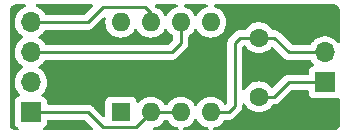
<source format=gbr>
%TF.GenerationSoftware,KiCad,Pcbnew,(6.0.5-0)*%
%TF.CreationDate,2023-07-17T15:50:24+09:00*%
%TF.ProjectId,l9110h-1ch-driver,6c393131-3068-42d3-9163-682d64726976,rev?*%
%TF.SameCoordinates,Original*%
%TF.FileFunction,Copper,L1,Top*%
%TF.FilePolarity,Positive*%
%FSLAX46Y46*%
G04 Gerber Fmt 4.6, Leading zero omitted, Abs format (unit mm)*
G04 Created by KiCad (PCBNEW (6.0.5-0)) date 2023-07-17 15:50:24*
%MOMM*%
%LPD*%
G01*
G04 APERTURE LIST*
%TA.AperFunction,ComponentPad*%
%ADD10R,1.700000X1.700000*%
%TD*%
%TA.AperFunction,ComponentPad*%
%ADD11O,1.700000X1.700000*%
%TD*%
%TA.AperFunction,ComponentPad*%
%ADD12C,1.600000*%
%TD*%
%TA.AperFunction,ComponentPad*%
%ADD13R,1.600000X1.600000*%
%TD*%
%TA.AperFunction,ComponentPad*%
%ADD14O,1.600000X1.600000*%
%TD*%
%TA.AperFunction,Conductor*%
%ADD15C,0.250000*%
%TD*%
G04 APERTURE END LIST*
D10*
%TO.P,J1,1,Pin_1*%
%TO.N,Net-(J1-Pad1)*%
X106680000Y-107432000D03*
D11*
%TO.P,J1,2,Pin_2*%
%TO.N,Net-(J1-Pad2)*%
X106680000Y-104892000D03*
%TO.P,J1,3,Pin_3*%
%TO.N,Net-(J1-Pad3)*%
X106680000Y-102352000D03*
%TO.P,J1,4,Pin_4*%
%TO.N,Net-(J1-Pad4)*%
X106680000Y-99812000D03*
%TD*%
D12*
%TO.P,C1,1*%
%TO.N,Net-(C1-Pad1)*%
X125984000Y-106132000D03*
%TO.P,C1,2*%
%TO.N,Net-(C1-Pad2)*%
X125984000Y-101132000D03*
%TD*%
D13*
%TO.P,U1,1,OA*%
%TO.N,Net-(C1-Pad1)*%
X114300000Y-107432000D03*
D14*
%TO.P,U1,2,VCC*%
%TO.N,Net-(J1-Pad1)*%
X116840000Y-107432000D03*
%TO.P,U1,3,VCC*%
X119380000Y-107432000D03*
%TO.P,U1,4,OB*%
%TO.N,Net-(C1-Pad2)*%
X121920000Y-107432000D03*
%TO.P,U1,5,GND*%
%TO.N,Net-(J1-Pad2)*%
X121920000Y-99812000D03*
%TO.P,U1,6,IA*%
%TO.N,Net-(J1-Pad3)*%
X119380000Y-99812000D03*
%TO.P,U1,7,IB*%
%TO.N,Net-(J1-Pad4)*%
X116840000Y-99812000D03*
%TO.P,U1,8,GND*%
%TO.N,Net-(J1-Pad2)*%
X114300000Y-99812000D03*
%TD*%
D10*
%TO.P,J2,1,Pin_1*%
%TO.N,Net-(C1-Pad1)*%
X131572000Y-104907000D03*
D11*
%TO.P,J2,2,Pin_2*%
%TO.N,Net-(C1-Pad2)*%
X131572000Y-102367000D03*
%TD*%
D15*
%TO.N,Net-(C1-Pad1)*%
X125984000Y-106132000D02*
X127294000Y-106132000D01*
X128519000Y-104907000D02*
X131572000Y-104907000D01*
X127294000Y-106132000D02*
X128519000Y-104907000D01*
%TO.N,Net-(C1-Pad2)*%
X123444000Y-107442000D02*
X123952000Y-106934000D01*
X125984000Y-101132000D02*
X127294000Y-101132000D01*
X128529000Y-102367000D02*
X131572000Y-102367000D01*
X127294000Y-101132000D02*
X128529000Y-102367000D01*
X124420000Y-101132000D02*
X125984000Y-101132000D01*
X123952000Y-101600000D02*
X124420000Y-101132000D01*
X121920000Y-107442000D02*
X123444000Y-107442000D01*
X123952000Y-106934000D02*
X123952000Y-101600000D01*
%TO.N,Net-(J1-Pad1)*%
X115570000Y-108712000D02*
X112776000Y-108712000D01*
X112776000Y-108712000D02*
X111496000Y-107432000D01*
X119380000Y-107442000D02*
X116840000Y-107442000D01*
X116840000Y-107442000D02*
X115570000Y-108712000D01*
X111496000Y-107432000D02*
X106680000Y-107432000D01*
%TO.N,Net-(J1-Pad3)*%
X119380000Y-99822000D02*
X119380000Y-101600000D01*
X118628000Y-102352000D02*
X106680000Y-102352000D01*
X119380000Y-101600000D02*
X118628000Y-102352000D01*
%TO.N,Net-(J1-Pad4)*%
X116840000Y-99060000D02*
X116332000Y-98552000D01*
X112776000Y-98552000D02*
X111506000Y-99822000D01*
X116332000Y-98552000D02*
X112776000Y-98552000D01*
X106690000Y-99822000D02*
X106680000Y-99812000D01*
X116840000Y-99822000D02*
X116840000Y-99060000D01*
X111506000Y-99822000D02*
X106690000Y-99822000D01*
%TD*%
%TA.AperFunction,NonConductor*%
G36*
X111897526Y-98318502D02*
G01*
X111944019Y-98372158D01*
X111954123Y-98442432D01*
X111924629Y-98507012D01*
X111918500Y-98513595D01*
X111280500Y-99151595D01*
X111218188Y-99185621D01*
X111191405Y-99188500D01*
X107963274Y-99188500D01*
X107895153Y-99168498D01*
X107857482Y-99130940D01*
X107762822Y-98984617D01*
X107762820Y-98984614D01*
X107760014Y-98980277D01*
X107609670Y-98815051D01*
X107605619Y-98811852D01*
X107605615Y-98811848D01*
X107438414Y-98679800D01*
X107438410Y-98679798D01*
X107434359Y-98676598D01*
X107426304Y-98672151D01*
X107382136Y-98647769D01*
X107238789Y-98568638D01*
X107208034Y-98557747D01*
X107167161Y-98543273D01*
X107109624Y-98501679D01*
X107083708Y-98435581D01*
X107097642Y-98365966D01*
X107147000Y-98314934D01*
X107209220Y-98298500D01*
X111829405Y-98298500D01*
X111897526Y-98318502D01*
G37*
%TD.AperFunction*%
%TA.AperFunction,NonConductor*%
G36*
X121623859Y-98318502D02*
G01*
X121670352Y-98372158D01*
X121680456Y-98442432D01*
X121650962Y-98507012D01*
X121588350Y-98546207D01*
X121470757Y-98577716D01*
X121465776Y-98580039D01*
X121465775Y-98580039D01*
X121268238Y-98672151D01*
X121268233Y-98672154D01*
X121263251Y-98674477D01*
X121216554Y-98707175D01*
X121080211Y-98802643D01*
X121080208Y-98802645D01*
X121075700Y-98805802D01*
X120913802Y-98967700D01*
X120910645Y-98972208D01*
X120910643Y-98972211D01*
X120855902Y-99050389D01*
X120782477Y-99155251D01*
X120780154Y-99160233D01*
X120780151Y-99160238D01*
X120764195Y-99194457D01*
X120717278Y-99247742D01*
X120649001Y-99267203D01*
X120581041Y-99246661D01*
X120535805Y-99194457D01*
X120519849Y-99160238D01*
X120519846Y-99160233D01*
X120517523Y-99155251D01*
X120444098Y-99050389D01*
X120389357Y-98972211D01*
X120389355Y-98972208D01*
X120386198Y-98967700D01*
X120224300Y-98805802D01*
X120219792Y-98802645D01*
X120219789Y-98802643D01*
X120083446Y-98707175D01*
X120036749Y-98674477D01*
X120031767Y-98672154D01*
X120031762Y-98672151D01*
X119834225Y-98580039D01*
X119834224Y-98580039D01*
X119829243Y-98577716D01*
X119711649Y-98546207D01*
X119651028Y-98509255D01*
X119620006Y-98445394D01*
X119628435Y-98374900D01*
X119673638Y-98320153D01*
X119744262Y-98298500D01*
X121555738Y-98298500D01*
X121623859Y-98318502D01*
G37*
%TD.AperFunction*%
%TA.AperFunction,NonConductor*%
G36*
X119083859Y-98318502D02*
G01*
X119130352Y-98372158D01*
X119140456Y-98442432D01*
X119110962Y-98507012D01*
X119048350Y-98546207D01*
X118930757Y-98577716D01*
X118925776Y-98580039D01*
X118925775Y-98580039D01*
X118728238Y-98672151D01*
X118728233Y-98672154D01*
X118723251Y-98674477D01*
X118676554Y-98707175D01*
X118540211Y-98802643D01*
X118540208Y-98802645D01*
X118535700Y-98805802D01*
X118373802Y-98967700D01*
X118370645Y-98972208D01*
X118370643Y-98972211D01*
X118315902Y-99050389D01*
X118242477Y-99155251D01*
X118240154Y-99160233D01*
X118240151Y-99160238D01*
X118224195Y-99194457D01*
X118177278Y-99247742D01*
X118109001Y-99267203D01*
X118041041Y-99246661D01*
X117995805Y-99194457D01*
X117979849Y-99160238D01*
X117979846Y-99160233D01*
X117977523Y-99155251D01*
X117904098Y-99050389D01*
X117849357Y-98972211D01*
X117849355Y-98972208D01*
X117846198Y-98967700D01*
X117684300Y-98805802D01*
X117679792Y-98802645D01*
X117679789Y-98802643D01*
X117543446Y-98707175D01*
X117496749Y-98674477D01*
X117491767Y-98672154D01*
X117491762Y-98672151D01*
X117294223Y-98580038D01*
X117294221Y-98580037D01*
X117289243Y-98577716D01*
X117273192Y-98573415D01*
X117216709Y-98540804D01*
X117189500Y-98513595D01*
X117155474Y-98451283D01*
X117160539Y-98380468D01*
X117203086Y-98323632D01*
X117269606Y-98298821D01*
X117278595Y-98298500D01*
X119015738Y-98298500D01*
X119083859Y-98318502D01*
G37*
%TD.AperFunction*%
%TA.AperFunction,NonConductor*%
G36*
X112941212Y-99386858D02*
G01*
X112998048Y-99429405D01*
X113022859Y-99495925D01*
X113018886Y-99537526D01*
X113007882Y-99578591D01*
X113007881Y-99578598D01*
X113006457Y-99583913D01*
X112986502Y-99812000D01*
X113006457Y-100040087D01*
X113007881Y-100045400D01*
X113007881Y-100045402D01*
X113055851Y-100224425D01*
X113065716Y-100261243D01*
X113068039Y-100266224D01*
X113068039Y-100266225D01*
X113160151Y-100463762D01*
X113160154Y-100463767D01*
X113162477Y-100468749D01*
X113216556Y-100545982D01*
X113288546Y-100648793D01*
X113293802Y-100656300D01*
X113455700Y-100818198D01*
X113460208Y-100821355D01*
X113460211Y-100821357D01*
X113500445Y-100849529D01*
X113643251Y-100949523D01*
X113648233Y-100951846D01*
X113648238Y-100951849D01*
X113801068Y-101023114D01*
X113850757Y-101046284D01*
X113856065Y-101047706D01*
X113856067Y-101047707D01*
X114066598Y-101104119D01*
X114066600Y-101104119D01*
X114071913Y-101105543D01*
X114300000Y-101125498D01*
X114528087Y-101105543D01*
X114533400Y-101104119D01*
X114533402Y-101104119D01*
X114743933Y-101047707D01*
X114743935Y-101047706D01*
X114749243Y-101046284D01*
X114798932Y-101023114D01*
X114951762Y-100951849D01*
X114951767Y-100951846D01*
X114956749Y-100949523D01*
X115099555Y-100849529D01*
X115139789Y-100821357D01*
X115139792Y-100821355D01*
X115144300Y-100818198D01*
X115306198Y-100656300D01*
X115311455Y-100648793D01*
X115383444Y-100545982D01*
X115437523Y-100468749D01*
X115439846Y-100463767D01*
X115439849Y-100463762D01*
X115455805Y-100429543D01*
X115502722Y-100376258D01*
X115570999Y-100356797D01*
X115638959Y-100377339D01*
X115684195Y-100429543D01*
X115700151Y-100463762D01*
X115700154Y-100463767D01*
X115702477Y-100468749D01*
X115756556Y-100545982D01*
X115828546Y-100648793D01*
X115833802Y-100656300D01*
X115995700Y-100818198D01*
X116000208Y-100821355D01*
X116000211Y-100821357D01*
X116040445Y-100849529D01*
X116183251Y-100949523D01*
X116188233Y-100951846D01*
X116188238Y-100951849D01*
X116341068Y-101023114D01*
X116390757Y-101046284D01*
X116396065Y-101047706D01*
X116396067Y-101047707D01*
X116606598Y-101104119D01*
X116606600Y-101104119D01*
X116611913Y-101105543D01*
X116840000Y-101125498D01*
X117068087Y-101105543D01*
X117073400Y-101104119D01*
X117073402Y-101104119D01*
X117283933Y-101047707D01*
X117283935Y-101047706D01*
X117289243Y-101046284D01*
X117338932Y-101023114D01*
X117491762Y-100951849D01*
X117491767Y-100951846D01*
X117496749Y-100949523D01*
X117639555Y-100849529D01*
X117679789Y-100821357D01*
X117679792Y-100821355D01*
X117684300Y-100818198D01*
X117846198Y-100656300D01*
X117851455Y-100648793D01*
X117923444Y-100545982D01*
X117977523Y-100468749D01*
X117979846Y-100463767D01*
X117979849Y-100463762D01*
X117995805Y-100429543D01*
X118042722Y-100376258D01*
X118110999Y-100356797D01*
X118178959Y-100377339D01*
X118224195Y-100429543D01*
X118240151Y-100463762D01*
X118240154Y-100463767D01*
X118242477Y-100468749D01*
X118296556Y-100545982D01*
X118368546Y-100648793D01*
X118373802Y-100656300D01*
X118535700Y-100818198D01*
X118540208Y-100821355D01*
X118540211Y-100821357D01*
X118692771Y-100928181D01*
X118737099Y-100983638D01*
X118746500Y-101031394D01*
X118746500Y-101285405D01*
X118726498Y-101353526D01*
X118709595Y-101374501D01*
X118402499Y-101681596D01*
X118340187Y-101715621D01*
X118313404Y-101718500D01*
X107956805Y-101718500D01*
X107888684Y-101698498D01*
X107851013Y-101660940D01*
X107762822Y-101524617D01*
X107762820Y-101524614D01*
X107760014Y-101520277D01*
X107609670Y-101355051D01*
X107605619Y-101351852D01*
X107605615Y-101351848D01*
X107438414Y-101219800D01*
X107438410Y-101219798D01*
X107434359Y-101216598D01*
X107393053Y-101193796D01*
X107343084Y-101143364D01*
X107328312Y-101073921D01*
X107353428Y-101007516D01*
X107380780Y-100980909D01*
X107429207Y-100946366D01*
X107559860Y-100853173D01*
X107591788Y-100821357D01*
X107714435Y-100699137D01*
X107718096Y-100695489D01*
X107734517Y-100672637D01*
X107845441Y-100518269D01*
X107845442Y-100518267D01*
X107848453Y-100514077D01*
X107848865Y-100514373D01*
X107898669Y-100468517D01*
X107954443Y-100455500D01*
X111427233Y-100455500D01*
X111438416Y-100456027D01*
X111445909Y-100457702D01*
X111453835Y-100457453D01*
X111453836Y-100457453D01*
X111513986Y-100455562D01*
X111517945Y-100455500D01*
X111545856Y-100455500D01*
X111549791Y-100455003D01*
X111549856Y-100454995D01*
X111561693Y-100454062D01*
X111593951Y-100453048D01*
X111597970Y-100452922D01*
X111605889Y-100452673D01*
X111625343Y-100447021D01*
X111644700Y-100443013D01*
X111656930Y-100441468D01*
X111656931Y-100441468D01*
X111664797Y-100440474D01*
X111672168Y-100437555D01*
X111672170Y-100437555D01*
X111705912Y-100424196D01*
X111717142Y-100420351D01*
X111751983Y-100410229D01*
X111751984Y-100410229D01*
X111759593Y-100408018D01*
X111766412Y-100403985D01*
X111766417Y-100403983D01*
X111777028Y-100397707D01*
X111794776Y-100389012D01*
X111813617Y-100381552D01*
X111849387Y-100355564D01*
X111859307Y-100349048D01*
X111890535Y-100330580D01*
X111890538Y-100330578D01*
X111897362Y-100326542D01*
X111911683Y-100312221D01*
X111926717Y-100299380D01*
X111936694Y-100292131D01*
X111943107Y-100287472D01*
X111971298Y-100253395D01*
X111979288Y-100244616D01*
X112808085Y-99415819D01*
X112870397Y-99381793D01*
X112941212Y-99386858D01*
G37*
%TD.AperFunction*%
%TA.AperFunction,NonConductor*%
G36*
X124832727Y-101785502D02*
G01*
X124867819Y-101819229D01*
X124972250Y-101968371D01*
X124977802Y-101976300D01*
X125139700Y-102138198D01*
X125144208Y-102141355D01*
X125144211Y-102141357D01*
X125222389Y-102196098D01*
X125327251Y-102269523D01*
X125332233Y-102271846D01*
X125332238Y-102271849D01*
X125529775Y-102363961D01*
X125534757Y-102366284D01*
X125540065Y-102367706D01*
X125540067Y-102367707D01*
X125750598Y-102424119D01*
X125750600Y-102424119D01*
X125755913Y-102425543D01*
X125984000Y-102445498D01*
X126212087Y-102425543D01*
X126217400Y-102424119D01*
X126217402Y-102424119D01*
X126427933Y-102367707D01*
X126427935Y-102367706D01*
X126433243Y-102366284D01*
X126438225Y-102363961D01*
X126635762Y-102271849D01*
X126635767Y-102271846D01*
X126640749Y-102269523D01*
X126745611Y-102196098D01*
X126823789Y-102141357D01*
X126823792Y-102141355D01*
X126828300Y-102138198D01*
X126990198Y-101976300D01*
X126995750Y-101968371D01*
X127007935Y-101950970D01*
X127063392Y-101906642D01*
X127134012Y-101899334D01*
X127200242Y-101934147D01*
X128025348Y-102759253D01*
X128032888Y-102767539D01*
X128037000Y-102774018D01*
X128042777Y-102779443D01*
X128086651Y-102820643D01*
X128089493Y-102823398D01*
X128109230Y-102843135D01*
X128112427Y-102845615D01*
X128121447Y-102853318D01*
X128153679Y-102883586D01*
X128160625Y-102887405D01*
X128160628Y-102887407D01*
X128171434Y-102893348D01*
X128187953Y-102904199D01*
X128203959Y-102916614D01*
X128211228Y-102919759D01*
X128211232Y-102919762D01*
X128244537Y-102934174D01*
X128255187Y-102939391D01*
X128293940Y-102960695D01*
X128301615Y-102962666D01*
X128301616Y-102962666D01*
X128313562Y-102965733D01*
X128332266Y-102972137D01*
X128334291Y-102973013D01*
X128350855Y-102980181D01*
X128358678Y-102981420D01*
X128358688Y-102981423D01*
X128394524Y-102987099D01*
X128406144Y-102989505D01*
X128441250Y-102998518D01*
X128448970Y-103000500D01*
X128469224Y-103000500D01*
X128488934Y-103002051D01*
X128508943Y-103005220D01*
X128516835Y-103004474D01*
X128552961Y-103001059D01*
X128564819Y-103000500D01*
X130296274Y-103000500D01*
X130364395Y-103020502D01*
X130403707Y-103060665D01*
X130471987Y-103172088D01*
X130618250Y-103340938D01*
X130622230Y-103344242D01*
X130626981Y-103348187D01*
X130666616Y-103407090D01*
X130668113Y-103478071D01*
X130630997Y-103538593D01*
X130590725Y-103563112D01*
X130494751Y-103599091D01*
X130475295Y-103606385D01*
X130358739Y-103693739D01*
X130271385Y-103810295D01*
X130220255Y-103946684D01*
X130213500Y-104008866D01*
X130213500Y-104147500D01*
X130193498Y-104215621D01*
X130139842Y-104262114D01*
X130087500Y-104273500D01*
X128597768Y-104273500D01*
X128586585Y-104272973D01*
X128579092Y-104271298D01*
X128571166Y-104271547D01*
X128571165Y-104271547D01*
X128511002Y-104273438D01*
X128507044Y-104273500D01*
X128479144Y-104273500D01*
X128475154Y-104274004D01*
X128463320Y-104274936D01*
X128419111Y-104276326D01*
X128411495Y-104278539D01*
X128411493Y-104278539D01*
X128399652Y-104281979D01*
X128380293Y-104285988D01*
X128378983Y-104286154D01*
X128360203Y-104288526D01*
X128352837Y-104291442D01*
X128352831Y-104291444D01*
X128319098Y-104304800D01*
X128307868Y-104308645D01*
X128273017Y-104318770D01*
X128265407Y-104320981D01*
X128258584Y-104325016D01*
X128247966Y-104331295D01*
X128230213Y-104339992D01*
X128222568Y-104343019D01*
X128211383Y-104347448D01*
X128204968Y-104352109D01*
X128175612Y-104373437D01*
X128165695Y-104379951D01*
X128127638Y-104402458D01*
X128113317Y-104416779D01*
X128098284Y-104429619D01*
X128081893Y-104441528D01*
X128076843Y-104447632D01*
X128076838Y-104447637D01*
X128053707Y-104475598D01*
X128045717Y-104484379D01*
X127200241Y-105329854D01*
X127137929Y-105363879D01*
X127067113Y-105358814D01*
X127007932Y-105313027D01*
X126993359Y-105292213D01*
X126993353Y-105292206D01*
X126990198Y-105287700D01*
X126828300Y-105125802D01*
X126823792Y-105122645D01*
X126823789Y-105122643D01*
X126745611Y-105067902D01*
X126640749Y-104994477D01*
X126635767Y-104992154D01*
X126635762Y-104992151D01*
X126438225Y-104900039D01*
X126438224Y-104900039D01*
X126433243Y-104897716D01*
X126427935Y-104896294D01*
X126427933Y-104896293D01*
X126217402Y-104839881D01*
X126217400Y-104839881D01*
X126212087Y-104838457D01*
X125984000Y-104818502D01*
X125755913Y-104838457D01*
X125750600Y-104839881D01*
X125750598Y-104839881D01*
X125540067Y-104896293D01*
X125540065Y-104896294D01*
X125534757Y-104897716D01*
X125529776Y-104900039D01*
X125529775Y-104900039D01*
X125332238Y-104992151D01*
X125332233Y-104992154D01*
X125327251Y-104994477D01*
X125222389Y-105067902D01*
X125144211Y-105122643D01*
X125144208Y-105122645D01*
X125139700Y-105125802D01*
X124977802Y-105287700D01*
X124846477Y-105475251D01*
X124844154Y-105480233D01*
X124844151Y-105480238D01*
X124825695Y-105519818D01*
X124778778Y-105573103D01*
X124710500Y-105592564D01*
X124642540Y-105572022D01*
X124596475Y-105517999D01*
X124585500Y-105466568D01*
X124585500Y-101914595D01*
X124605502Y-101846474D01*
X124622406Y-101825498D01*
X124645502Y-101802403D01*
X124707815Y-101768379D01*
X124734596Y-101765500D01*
X124764606Y-101765500D01*
X124832727Y-101785502D01*
G37*
%TD.AperFunction*%
%TA.AperFunction,NonConductor*%
G36*
X132304018Y-98300000D02*
G01*
X132318852Y-98302310D01*
X132318855Y-98302310D01*
X132327724Y-98303691D01*
X132336626Y-98302527D01*
X132336750Y-98302511D01*
X132367192Y-98302240D01*
X132399012Y-98305825D01*
X132432825Y-98309635D01*
X132460327Y-98315912D01*
X132540798Y-98344070D01*
X132566214Y-98356310D01*
X132638404Y-98401670D01*
X132660462Y-98419262D01*
X132720738Y-98479538D01*
X132738329Y-98501595D01*
X132783458Y-98573415D01*
X132783690Y-98573785D01*
X132795930Y-98599202D01*
X132824088Y-98679673D01*
X132830365Y-98707176D01*
X132837018Y-98766226D01*
X132836923Y-98781868D01*
X132837800Y-98781879D01*
X132837690Y-98790851D01*
X132836309Y-98799724D01*
X132837473Y-98808626D01*
X132837473Y-98808628D01*
X132840436Y-98831283D01*
X132841500Y-98847621D01*
X132841500Y-101417828D01*
X132821498Y-101485949D01*
X132767842Y-101532442D01*
X132697568Y-101542546D01*
X132632988Y-101513052D01*
X132622307Y-101502628D01*
X132505152Y-101373876D01*
X132505142Y-101373867D01*
X132501670Y-101370051D01*
X132497619Y-101366852D01*
X132497615Y-101366848D01*
X132330414Y-101234800D01*
X132330410Y-101234798D01*
X132326359Y-101231598D01*
X132299187Y-101216598D01*
X132272039Y-101201612D01*
X132130789Y-101123638D01*
X132125920Y-101121914D01*
X132125916Y-101121912D01*
X131925087Y-101050795D01*
X131925083Y-101050794D01*
X131920212Y-101049069D01*
X131915119Y-101048162D01*
X131915116Y-101048161D01*
X131705373Y-101010800D01*
X131705367Y-101010799D01*
X131700284Y-101009894D01*
X131626452Y-101008992D01*
X131482081Y-101007228D01*
X131482079Y-101007228D01*
X131476911Y-101007165D01*
X131256091Y-101040955D01*
X131043756Y-101110357D01*
X131013443Y-101126137D01*
X130886870Y-101192027D01*
X130845607Y-101213507D01*
X130841474Y-101216610D01*
X130841471Y-101216612D01*
X130671100Y-101344530D01*
X130666965Y-101347635D01*
X130641291Y-101374501D01*
X130530535Y-101490401D01*
X130512629Y-101509138D01*
X130509715Y-101513410D01*
X130509714Y-101513411D01*
X130397095Y-101678504D01*
X130342184Y-101723507D01*
X130293007Y-101733500D01*
X128843594Y-101733500D01*
X128775473Y-101713498D01*
X128754503Y-101696599D01*
X127797641Y-100739736D01*
X127790112Y-100731462D01*
X127786000Y-100724982D01*
X127736348Y-100678356D01*
X127733507Y-100675602D01*
X127713770Y-100655865D01*
X127710573Y-100653385D01*
X127701551Y-100645680D01*
X127688122Y-100633069D01*
X127669321Y-100615414D01*
X127662375Y-100611595D01*
X127662372Y-100611593D01*
X127651566Y-100605652D01*
X127635047Y-100594801D01*
X127634583Y-100594441D01*
X127619041Y-100582386D01*
X127611772Y-100579241D01*
X127611768Y-100579238D01*
X127578463Y-100564826D01*
X127567813Y-100559609D01*
X127529060Y-100538305D01*
X127509437Y-100533267D01*
X127490734Y-100526863D01*
X127479420Y-100521967D01*
X127479419Y-100521967D01*
X127472145Y-100518819D01*
X127464322Y-100517580D01*
X127464312Y-100517577D01*
X127428476Y-100511901D01*
X127416856Y-100509495D01*
X127381711Y-100500472D01*
X127381710Y-100500472D01*
X127374030Y-100498500D01*
X127353776Y-100498500D01*
X127334065Y-100496949D01*
X127321886Y-100495020D01*
X127314057Y-100493780D01*
X127284786Y-100496547D01*
X127270039Y-100497941D01*
X127258181Y-100498500D01*
X127203394Y-100498500D01*
X127135273Y-100478498D01*
X127100181Y-100444771D01*
X126993357Y-100292211D01*
X126993355Y-100292208D01*
X126990198Y-100287700D01*
X126828300Y-100125802D01*
X126823792Y-100122645D01*
X126823789Y-100122643D01*
X126713477Y-100045402D01*
X126640749Y-99994477D01*
X126635767Y-99992154D01*
X126635762Y-99992151D01*
X126438225Y-99900039D01*
X126438224Y-99900039D01*
X126433243Y-99897716D01*
X126427935Y-99896294D01*
X126427933Y-99896293D01*
X126217402Y-99839881D01*
X126217400Y-99839881D01*
X126212087Y-99838457D01*
X125984000Y-99818502D01*
X125755913Y-99838457D01*
X125750600Y-99839881D01*
X125750598Y-99839881D01*
X125540067Y-99896293D01*
X125540065Y-99896294D01*
X125534757Y-99897716D01*
X125529776Y-99900039D01*
X125529775Y-99900039D01*
X125332238Y-99992151D01*
X125332233Y-99992154D01*
X125327251Y-99994477D01*
X125254523Y-100045402D01*
X125144211Y-100122643D01*
X125144208Y-100122645D01*
X125139700Y-100125802D01*
X124977802Y-100287700D01*
X124974645Y-100292208D01*
X124974643Y-100292211D01*
X124867819Y-100444771D01*
X124812362Y-100489099D01*
X124764606Y-100498500D01*
X124498767Y-100498500D01*
X124487584Y-100497973D01*
X124480091Y-100496298D01*
X124472165Y-100496547D01*
X124472164Y-100496547D01*
X124412001Y-100498438D01*
X124408043Y-100498500D01*
X124380144Y-100498500D01*
X124376154Y-100499004D01*
X124364320Y-100499936D01*
X124320111Y-100501326D01*
X124312497Y-100503538D01*
X124312492Y-100503539D01*
X124300659Y-100506977D01*
X124281296Y-100510988D01*
X124261203Y-100513526D01*
X124253836Y-100516443D01*
X124253831Y-100516444D01*
X124220092Y-100529802D01*
X124208865Y-100533646D01*
X124166407Y-100545982D01*
X124159581Y-100550019D01*
X124148972Y-100556293D01*
X124131224Y-100564988D01*
X124112383Y-100572448D01*
X124105967Y-100577110D01*
X124105966Y-100577110D01*
X124076613Y-100598436D01*
X124066693Y-100604952D01*
X124035465Y-100623420D01*
X124035462Y-100623422D01*
X124028638Y-100627458D01*
X124014317Y-100641779D01*
X123999284Y-100654619D01*
X123982893Y-100666528D01*
X123956516Y-100698413D01*
X123954712Y-100700593D01*
X123946722Y-100709374D01*
X123559742Y-101096353D01*
X123551463Y-101103887D01*
X123544982Y-101108000D01*
X123511773Y-101143364D01*
X123498357Y-101157651D01*
X123495602Y-101160493D01*
X123475865Y-101180230D01*
X123473385Y-101183427D01*
X123465682Y-101192447D01*
X123435414Y-101224679D01*
X123431595Y-101231625D01*
X123431593Y-101231628D01*
X123425652Y-101242434D01*
X123414801Y-101258953D01*
X123402386Y-101274959D01*
X123399241Y-101282228D01*
X123399238Y-101282232D01*
X123384826Y-101315537D01*
X123379609Y-101326187D01*
X123358305Y-101364940D01*
X123356334Y-101372615D01*
X123356334Y-101372616D01*
X123353267Y-101384562D01*
X123346863Y-101403266D01*
X123338819Y-101421855D01*
X123337580Y-101429678D01*
X123337577Y-101429688D01*
X123331901Y-101465524D01*
X123329495Y-101477144D01*
X123321281Y-101509138D01*
X123318500Y-101519970D01*
X123318500Y-101540224D01*
X123316949Y-101559934D01*
X123313780Y-101579943D01*
X123314526Y-101587835D01*
X123317941Y-101623961D01*
X123318500Y-101635819D01*
X123318500Y-106619405D01*
X123298498Y-106687526D01*
X123281595Y-106708500D01*
X123228493Y-106761602D01*
X123166181Y-106795628D01*
X123095366Y-106790563D01*
X123036186Y-106744779D01*
X122936303Y-106602131D01*
X122929357Y-106592211D01*
X122929355Y-106592208D01*
X122926198Y-106587700D01*
X122764300Y-106425802D01*
X122759792Y-106422645D01*
X122759789Y-106422643D01*
X122681611Y-106367902D01*
X122576749Y-106294477D01*
X122571767Y-106292154D01*
X122571762Y-106292151D01*
X122374225Y-106200039D01*
X122374224Y-106200039D01*
X122369243Y-106197716D01*
X122363935Y-106196294D01*
X122363933Y-106196293D01*
X122153402Y-106139881D01*
X122153400Y-106139881D01*
X122148087Y-106138457D01*
X121920000Y-106118502D01*
X121691913Y-106138457D01*
X121686600Y-106139881D01*
X121686598Y-106139881D01*
X121476067Y-106196293D01*
X121476065Y-106196294D01*
X121470757Y-106197716D01*
X121465776Y-106200039D01*
X121465775Y-106200039D01*
X121268238Y-106292151D01*
X121268233Y-106292154D01*
X121263251Y-106294477D01*
X121158389Y-106367902D01*
X121080211Y-106422643D01*
X121080208Y-106422645D01*
X121075700Y-106425802D01*
X120913802Y-106587700D01*
X120910645Y-106592208D01*
X120910643Y-106592211D01*
X120903697Y-106602131D01*
X120782477Y-106775251D01*
X120780154Y-106780233D01*
X120780151Y-106780238D01*
X120764195Y-106814457D01*
X120717278Y-106867742D01*
X120649001Y-106887203D01*
X120581041Y-106866661D01*
X120535805Y-106814457D01*
X120519849Y-106780238D01*
X120519846Y-106780233D01*
X120517523Y-106775251D01*
X120396303Y-106602131D01*
X120389357Y-106592211D01*
X120389355Y-106592208D01*
X120386198Y-106587700D01*
X120224300Y-106425802D01*
X120219792Y-106422645D01*
X120219789Y-106422643D01*
X120141611Y-106367902D01*
X120036749Y-106294477D01*
X120031767Y-106292154D01*
X120031762Y-106292151D01*
X119834225Y-106200039D01*
X119834224Y-106200039D01*
X119829243Y-106197716D01*
X119823935Y-106196294D01*
X119823933Y-106196293D01*
X119613402Y-106139881D01*
X119613400Y-106139881D01*
X119608087Y-106138457D01*
X119380000Y-106118502D01*
X119151913Y-106138457D01*
X119146600Y-106139881D01*
X119146598Y-106139881D01*
X118936067Y-106196293D01*
X118936065Y-106196294D01*
X118930757Y-106197716D01*
X118925776Y-106200039D01*
X118925775Y-106200039D01*
X118728238Y-106292151D01*
X118728233Y-106292154D01*
X118723251Y-106294477D01*
X118618389Y-106367902D01*
X118540211Y-106422643D01*
X118540208Y-106422645D01*
X118535700Y-106425802D01*
X118373802Y-106587700D01*
X118370645Y-106592208D01*
X118370643Y-106592211D01*
X118256817Y-106754771D01*
X118201360Y-106799099D01*
X118153604Y-106808500D01*
X118066396Y-106808500D01*
X117998275Y-106788498D01*
X117963183Y-106754771D01*
X117849357Y-106592211D01*
X117849355Y-106592208D01*
X117846198Y-106587700D01*
X117684300Y-106425802D01*
X117679792Y-106422645D01*
X117679789Y-106422643D01*
X117601611Y-106367902D01*
X117496749Y-106294477D01*
X117491767Y-106292154D01*
X117491762Y-106292151D01*
X117294225Y-106200039D01*
X117294224Y-106200039D01*
X117289243Y-106197716D01*
X117283935Y-106196294D01*
X117283933Y-106196293D01*
X117073402Y-106139881D01*
X117073400Y-106139881D01*
X117068087Y-106138457D01*
X116840000Y-106118502D01*
X116611913Y-106138457D01*
X116606600Y-106139881D01*
X116606598Y-106139881D01*
X116396067Y-106196293D01*
X116396065Y-106196294D01*
X116390757Y-106197716D01*
X116385776Y-106200039D01*
X116385775Y-106200039D01*
X116188238Y-106292151D01*
X116188233Y-106292154D01*
X116183251Y-106294477D01*
X116078389Y-106367902D01*
X116000211Y-106422643D01*
X116000208Y-106422645D01*
X115995700Y-106425802D01*
X115833802Y-106587700D01*
X115830643Y-106592211D01*
X115827108Y-106596424D01*
X115825974Y-106595473D01*
X115775929Y-106635471D01*
X115705310Y-106642776D01*
X115641951Y-106610742D01*
X115605970Y-106549538D01*
X115602918Y-106532483D01*
X115601745Y-106521684D01*
X115550615Y-106385295D01*
X115463261Y-106268739D01*
X115346705Y-106181385D01*
X115210316Y-106130255D01*
X115148134Y-106123500D01*
X113451866Y-106123500D01*
X113389684Y-106130255D01*
X113253295Y-106181385D01*
X113136739Y-106268739D01*
X113049385Y-106385295D01*
X112998255Y-106521684D01*
X112991500Y-106583866D01*
X112991500Y-107727405D01*
X112971498Y-107795526D01*
X112917842Y-107842019D01*
X112847568Y-107852123D01*
X112782988Y-107822629D01*
X112776405Y-107816500D01*
X111999652Y-107039747D01*
X111992112Y-107031461D01*
X111988000Y-107024982D01*
X111938348Y-106978356D01*
X111935507Y-106975602D01*
X111915770Y-106955865D01*
X111912573Y-106953385D01*
X111903551Y-106945680D01*
X111877100Y-106920841D01*
X111871321Y-106915414D01*
X111864375Y-106911595D01*
X111864372Y-106911593D01*
X111853566Y-106905652D01*
X111837047Y-106894801D01*
X111836583Y-106894441D01*
X111821041Y-106882386D01*
X111813772Y-106879241D01*
X111813768Y-106879238D01*
X111780463Y-106864826D01*
X111769813Y-106859609D01*
X111731060Y-106838305D01*
X111711437Y-106833267D01*
X111692734Y-106826863D01*
X111681420Y-106821967D01*
X111681419Y-106821967D01*
X111674145Y-106818819D01*
X111666322Y-106817580D01*
X111666312Y-106817577D01*
X111630476Y-106811901D01*
X111618856Y-106809495D01*
X111583711Y-106800472D01*
X111583710Y-106800472D01*
X111576030Y-106798500D01*
X111555776Y-106798500D01*
X111536065Y-106796949D01*
X111523886Y-106795020D01*
X111516057Y-106793780D01*
X111477424Y-106797432D01*
X111472039Y-106797941D01*
X111460181Y-106798500D01*
X108164500Y-106798500D01*
X108096379Y-106778498D01*
X108049886Y-106724842D01*
X108038500Y-106672500D01*
X108038500Y-106533866D01*
X108031745Y-106471684D01*
X107980615Y-106335295D01*
X107893261Y-106218739D01*
X107776705Y-106131385D01*
X107747032Y-106120261D01*
X107658203Y-106086960D01*
X107601439Y-106044318D01*
X107576739Y-105977756D01*
X107591947Y-105908408D01*
X107613493Y-105879727D01*
X107624015Y-105869242D01*
X107718096Y-105775489D01*
X107777594Y-105692689D01*
X107845435Y-105598277D01*
X107848453Y-105594077D01*
X107873510Y-105543379D01*
X107945136Y-105398453D01*
X107945137Y-105398451D01*
X107947430Y-105393811D01*
X108012370Y-105180069D01*
X108041529Y-104958590D01*
X108042960Y-104900039D01*
X108043074Y-104895365D01*
X108043074Y-104895361D01*
X108043156Y-104892000D01*
X108024852Y-104669361D01*
X107970431Y-104452702D01*
X107881354Y-104247840D01*
X107760014Y-104060277D01*
X107609670Y-103895051D01*
X107605619Y-103891852D01*
X107605615Y-103891848D01*
X107438414Y-103759800D01*
X107438410Y-103759798D01*
X107434359Y-103756598D01*
X107393053Y-103733796D01*
X107343084Y-103683364D01*
X107328312Y-103613921D01*
X107353428Y-103547516D01*
X107380780Y-103520909D01*
X107440837Y-103478071D01*
X107559860Y-103393173D01*
X107605004Y-103348187D01*
X107707342Y-103246205D01*
X107718096Y-103235489D01*
X107746396Y-103196106D01*
X107845435Y-103058277D01*
X107848453Y-103054077D01*
X107850746Y-103049437D01*
X107852446Y-103046608D01*
X107904674Y-102998518D01*
X107960451Y-102985500D01*
X118549233Y-102985500D01*
X118560416Y-102986027D01*
X118567909Y-102987702D01*
X118575835Y-102987453D01*
X118575836Y-102987453D01*
X118635986Y-102985562D01*
X118639945Y-102985500D01*
X118667856Y-102985500D01*
X118671791Y-102985003D01*
X118671856Y-102984995D01*
X118683693Y-102984062D01*
X118715951Y-102983048D01*
X118719970Y-102982922D01*
X118727889Y-102982673D01*
X118747343Y-102977021D01*
X118766700Y-102973013D01*
X118778930Y-102971468D01*
X118778931Y-102971468D01*
X118786797Y-102970474D01*
X118794168Y-102967555D01*
X118794170Y-102967555D01*
X118827912Y-102954196D01*
X118839142Y-102950351D01*
X118873983Y-102940229D01*
X118873984Y-102940229D01*
X118881593Y-102938018D01*
X118888412Y-102933985D01*
X118888417Y-102933983D01*
X118899028Y-102927707D01*
X118916776Y-102919012D01*
X118935617Y-102911552D01*
X118954104Y-102898121D01*
X118971387Y-102885564D01*
X118981307Y-102879048D01*
X119012535Y-102860580D01*
X119012538Y-102860578D01*
X119019362Y-102856542D01*
X119033683Y-102842221D01*
X119048717Y-102829380D01*
X119065107Y-102817472D01*
X119093298Y-102783395D01*
X119101288Y-102774616D01*
X119772247Y-102103657D01*
X119780537Y-102096113D01*
X119787018Y-102092000D01*
X119833659Y-102042332D01*
X119836413Y-102039491D01*
X119856135Y-102019769D01*
X119858612Y-102016576D01*
X119866317Y-102007555D01*
X119891159Y-101981100D01*
X119896586Y-101975321D01*
X119900407Y-101968371D01*
X119906346Y-101957568D01*
X119917202Y-101941041D01*
X119924757Y-101931302D01*
X119924758Y-101931300D01*
X119929614Y-101925040D01*
X119947174Y-101884460D01*
X119952391Y-101873812D01*
X119969875Y-101842009D01*
X119969876Y-101842007D01*
X119973695Y-101835060D01*
X119978733Y-101815437D01*
X119985137Y-101796734D01*
X119990033Y-101785420D01*
X119990033Y-101785419D01*
X119993181Y-101778145D01*
X119994420Y-101770322D01*
X119994423Y-101770312D01*
X120000099Y-101734476D01*
X120002505Y-101722856D01*
X120011528Y-101687711D01*
X120011528Y-101687710D01*
X120013500Y-101680030D01*
X120013500Y-101659776D01*
X120015051Y-101640065D01*
X120016980Y-101627886D01*
X120018220Y-101620057D01*
X120014059Y-101576038D01*
X120013500Y-101564181D01*
X120013500Y-101031394D01*
X120033502Y-100963273D01*
X120067229Y-100928181D01*
X120219789Y-100821357D01*
X120219792Y-100821355D01*
X120224300Y-100818198D01*
X120386198Y-100656300D01*
X120391455Y-100648793D01*
X120463444Y-100545982D01*
X120517523Y-100468749D01*
X120519846Y-100463767D01*
X120519849Y-100463762D01*
X120535805Y-100429543D01*
X120582722Y-100376258D01*
X120650999Y-100356797D01*
X120718959Y-100377339D01*
X120764195Y-100429543D01*
X120780151Y-100463762D01*
X120780154Y-100463767D01*
X120782477Y-100468749D01*
X120836556Y-100545982D01*
X120908546Y-100648793D01*
X120913802Y-100656300D01*
X121075700Y-100818198D01*
X121080208Y-100821355D01*
X121080211Y-100821357D01*
X121120445Y-100849529D01*
X121263251Y-100949523D01*
X121268233Y-100951846D01*
X121268238Y-100951849D01*
X121421068Y-101023114D01*
X121470757Y-101046284D01*
X121476065Y-101047706D01*
X121476067Y-101047707D01*
X121686598Y-101104119D01*
X121686600Y-101104119D01*
X121691913Y-101105543D01*
X121920000Y-101125498D01*
X122148087Y-101105543D01*
X122153400Y-101104119D01*
X122153402Y-101104119D01*
X122363933Y-101047707D01*
X122363935Y-101047706D01*
X122369243Y-101046284D01*
X122418932Y-101023114D01*
X122571762Y-100951849D01*
X122571767Y-100951846D01*
X122576749Y-100949523D01*
X122719555Y-100849529D01*
X122759789Y-100821357D01*
X122759792Y-100821355D01*
X122764300Y-100818198D01*
X122926198Y-100656300D01*
X122931455Y-100648793D01*
X123003444Y-100545982D01*
X123057523Y-100468749D01*
X123059846Y-100463767D01*
X123059849Y-100463762D01*
X123151961Y-100266225D01*
X123151961Y-100266224D01*
X123154284Y-100261243D01*
X123164150Y-100224425D01*
X123212119Y-100045402D01*
X123212119Y-100045400D01*
X123213543Y-100040087D01*
X123233498Y-99812000D01*
X123213543Y-99583913D01*
X123207593Y-99561707D01*
X123155707Y-99368067D01*
X123155706Y-99368065D01*
X123154284Y-99362757D01*
X123075805Y-99194457D01*
X123059849Y-99160238D01*
X123059846Y-99160233D01*
X123057523Y-99155251D01*
X122984098Y-99050389D01*
X122929357Y-98972211D01*
X122929355Y-98972208D01*
X122926198Y-98967700D01*
X122764300Y-98805802D01*
X122759792Y-98802645D01*
X122759789Y-98802643D01*
X122623446Y-98707175D01*
X122576749Y-98674477D01*
X122571767Y-98672154D01*
X122571762Y-98672151D01*
X122374225Y-98580039D01*
X122374224Y-98580039D01*
X122369243Y-98577716D01*
X122251649Y-98546207D01*
X122191028Y-98509255D01*
X122160006Y-98445394D01*
X122168435Y-98374900D01*
X122213638Y-98320153D01*
X122284262Y-98298500D01*
X132284633Y-98298500D01*
X132304018Y-98300000D01*
G37*
%TD.AperFunction*%
%TA.AperFunction,NonConductor*%
G36*
X120718959Y-107997339D02*
G01*
X120764195Y-108049543D01*
X120780151Y-108083762D01*
X120780154Y-108083767D01*
X120782477Y-108088749D01*
X120913802Y-108276300D01*
X121075700Y-108438198D01*
X121080208Y-108441355D01*
X121080211Y-108441357D01*
X121140522Y-108483587D01*
X121263251Y-108569523D01*
X121268233Y-108571846D01*
X121268238Y-108571849D01*
X121437212Y-108650642D01*
X121470757Y-108666284D01*
X121476065Y-108667706D01*
X121476067Y-108667707D01*
X121662990Y-108717793D01*
X121723613Y-108754745D01*
X121754634Y-108818606D01*
X121746206Y-108889100D01*
X121701003Y-108943847D01*
X121630379Y-108965500D01*
X119669621Y-108965500D01*
X119601500Y-108945498D01*
X119555007Y-108891842D01*
X119544903Y-108821568D01*
X119574397Y-108756988D01*
X119637010Y-108717793D01*
X119823933Y-108667707D01*
X119823935Y-108667706D01*
X119829243Y-108666284D01*
X119862788Y-108650642D01*
X120031762Y-108571849D01*
X120031767Y-108571846D01*
X120036749Y-108569523D01*
X120159478Y-108483587D01*
X120219789Y-108441357D01*
X120219792Y-108441355D01*
X120224300Y-108438198D01*
X120386198Y-108276300D01*
X120517523Y-108088749D01*
X120519846Y-108083767D01*
X120519849Y-108083762D01*
X120535805Y-108049543D01*
X120582722Y-107996258D01*
X120650999Y-107976797D01*
X120718959Y-107997339D01*
G37*
%TD.AperFunction*%
%TA.AperFunction,NonConductor*%
G36*
X118235729Y-108095502D02*
G01*
X118270821Y-108129229D01*
X118373802Y-108276300D01*
X118535700Y-108438198D01*
X118540208Y-108441355D01*
X118540211Y-108441357D01*
X118600522Y-108483587D01*
X118723251Y-108569523D01*
X118728233Y-108571846D01*
X118728238Y-108571849D01*
X118897212Y-108650642D01*
X118930757Y-108666284D01*
X118936065Y-108667706D01*
X118936067Y-108667707D01*
X119122990Y-108717793D01*
X119183613Y-108754745D01*
X119214634Y-108818606D01*
X119206206Y-108889100D01*
X119161003Y-108943847D01*
X119090379Y-108965500D01*
X117129621Y-108965500D01*
X117061500Y-108945498D01*
X117015007Y-108891842D01*
X117004903Y-108821568D01*
X117034397Y-108756988D01*
X117097010Y-108717793D01*
X117283933Y-108667707D01*
X117283935Y-108667706D01*
X117289243Y-108666284D01*
X117322788Y-108650642D01*
X117491762Y-108571849D01*
X117491767Y-108571846D01*
X117496749Y-108569523D01*
X117619478Y-108483587D01*
X117679789Y-108441357D01*
X117679792Y-108441355D01*
X117684300Y-108438198D01*
X117846198Y-108276300D01*
X117949179Y-108129229D01*
X118004636Y-108084901D01*
X118052392Y-108075500D01*
X118167608Y-108075500D01*
X118235729Y-108095502D01*
G37*
%TD.AperFunction*%
%TA.AperFunction,NonConductor*%
G36*
X111249527Y-108085502D02*
G01*
X111270501Y-108102405D01*
X111918501Y-108750405D01*
X111952527Y-108812717D01*
X111947462Y-108883532D01*
X111904915Y-108940368D01*
X111838395Y-108965179D01*
X111829406Y-108965500D01*
X107841203Y-108965500D01*
X107773082Y-108945498D01*
X107726589Y-108891842D01*
X107716485Y-108821568D01*
X107745979Y-108756988D01*
X107775742Y-108732976D01*
X107776705Y-108732615D01*
X107783884Y-108727235D01*
X107783887Y-108727233D01*
X107886081Y-108650642D01*
X107893261Y-108645261D01*
X107980615Y-108528705D01*
X108031745Y-108392316D01*
X108038500Y-108330134D01*
X108038500Y-108191500D01*
X108058502Y-108123379D01*
X108112158Y-108076886D01*
X108164500Y-108065500D01*
X111181406Y-108065500D01*
X111249527Y-108085502D01*
G37*
%TD.AperFunction*%
%TA.AperFunction,NonConductor*%
G36*
X130155621Y-105560502D02*
G01*
X130202114Y-105614158D01*
X130213500Y-105666500D01*
X130213500Y-105805134D01*
X130220255Y-105867316D01*
X130271385Y-106003705D01*
X130358739Y-106120261D01*
X130475295Y-106207615D01*
X130611684Y-106258745D01*
X130673866Y-106265500D01*
X132470134Y-106265500D01*
X132532316Y-106258745D01*
X132668705Y-106207615D01*
X132669764Y-106210440D01*
X132724360Y-106198505D01*
X132790906Y-106223248D01*
X132833511Y-106280040D01*
X132841500Y-106324193D01*
X132841500Y-108408633D01*
X132840000Y-108428018D01*
X132836309Y-108451724D01*
X132837473Y-108460626D01*
X132837489Y-108460750D01*
X132837760Y-108491193D01*
X132830365Y-108556825D01*
X132824088Y-108584327D01*
X132795930Y-108664798D01*
X132783690Y-108690214D01*
X132741733Y-108756988D01*
X132738330Y-108762404D01*
X132720738Y-108784462D01*
X132660462Y-108844738D01*
X132638405Y-108862329D01*
X132591437Y-108891842D01*
X132566215Y-108907690D01*
X132540798Y-108919930D01*
X132460327Y-108948088D01*
X132432824Y-108954365D01*
X132373774Y-108961018D01*
X132358132Y-108960923D01*
X132358121Y-108961800D01*
X132349149Y-108961690D01*
X132340276Y-108960309D01*
X132331374Y-108961473D01*
X132331372Y-108961473D01*
X132320385Y-108962910D01*
X132308714Y-108964436D01*
X132292379Y-108965500D01*
X122209621Y-108965500D01*
X122141500Y-108945498D01*
X122095007Y-108891842D01*
X122084903Y-108821568D01*
X122114397Y-108756988D01*
X122177010Y-108717793D01*
X122363933Y-108667707D01*
X122363935Y-108667706D01*
X122369243Y-108666284D01*
X122402788Y-108650642D01*
X122571762Y-108571849D01*
X122571767Y-108571846D01*
X122576749Y-108569523D01*
X122699478Y-108483587D01*
X122759789Y-108441357D01*
X122759792Y-108441355D01*
X122764300Y-108438198D01*
X122926198Y-108276300D01*
X123029179Y-108129229D01*
X123084636Y-108084901D01*
X123132392Y-108075500D01*
X123365233Y-108075500D01*
X123376416Y-108076027D01*
X123383909Y-108077702D01*
X123391835Y-108077453D01*
X123391836Y-108077453D01*
X123451986Y-108075562D01*
X123455945Y-108075500D01*
X123483856Y-108075500D01*
X123487791Y-108075003D01*
X123487856Y-108074995D01*
X123499693Y-108074062D01*
X123531951Y-108073048D01*
X123535970Y-108072922D01*
X123543889Y-108072673D01*
X123563343Y-108067021D01*
X123582700Y-108063013D01*
X123594930Y-108061468D01*
X123594931Y-108061468D01*
X123602797Y-108060474D01*
X123610168Y-108057555D01*
X123610170Y-108057555D01*
X123643912Y-108044196D01*
X123655142Y-108040351D01*
X123689983Y-108030229D01*
X123689984Y-108030229D01*
X123697593Y-108028018D01*
X123704412Y-108023985D01*
X123704417Y-108023983D01*
X123715028Y-108017707D01*
X123732776Y-108009012D01*
X123751617Y-108001552D01*
X123787387Y-107975564D01*
X123797307Y-107969048D01*
X123828535Y-107950580D01*
X123828538Y-107950578D01*
X123835362Y-107946542D01*
X123849683Y-107932221D01*
X123864717Y-107919380D01*
X123874694Y-107912131D01*
X123881107Y-107907472D01*
X123909298Y-107873395D01*
X123917288Y-107864616D01*
X124344247Y-107437657D01*
X124352537Y-107430113D01*
X124359018Y-107426000D01*
X124405659Y-107376332D01*
X124408413Y-107373491D01*
X124428134Y-107353770D01*
X124430612Y-107350575D01*
X124438318Y-107341553D01*
X124463158Y-107315101D01*
X124468586Y-107309321D01*
X124478346Y-107291568D01*
X124489199Y-107275045D01*
X124496753Y-107265306D01*
X124501613Y-107259041D01*
X124519176Y-107218457D01*
X124524383Y-107207827D01*
X124545695Y-107169060D01*
X124547666Y-107161383D01*
X124547668Y-107161378D01*
X124550732Y-107149442D01*
X124557138Y-107130730D01*
X124562034Y-107119417D01*
X124565181Y-107112145D01*
X124572097Y-107068481D01*
X124574504Y-107056860D01*
X124583528Y-107021711D01*
X124583528Y-107021710D01*
X124585500Y-107014030D01*
X124585500Y-106993769D01*
X124587051Y-106974058D01*
X124587411Y-106971789D01*
X124590219Y-106954057D01*
X124586059Y-106910046D01*
X124585500Y-106898189D01*
X124585500Y-106797432D01*
X124605502Y-106729311D01*
X124659158Y-106682818D01*
X124729432Y-106672714D01*
X124794012Y-106702208D01*
X124825695Y-106744182D01*
X124844151Y-106783762D01*
X124844154Y-106783767D01*
X124846477Y-106788749D01*
X124898095Y-106862467D01*
X124965457Y-106958669D01*
X124977802Y-106976300D01*
X125139700Y-107138198D01*
X125144208Y-107141355D01*
X125144211Y-107141357D01*
X125155758Y-107149442D01*
X125327251Y-107269523D01*
X125332233Y-107271846D01*
X125332238Y-107271849D01*
X125501223Y-107350647D01*
X125534757Y-107366284D01*
X125540065Y-107367706D01*
X125540067Y-107367707D01*
X125750598Y-107424119D01*
X125750600Y-107424119D01*
X125755913Y-107425543D01*
X125984000Y-107445498D01*
X126212087Y-107425543D01*
X126217400Y-107424119D01*
X126217402Y-107424119D01*
X126427933Y-107367707D01*
X126427935Y-107367706D01*
X126433243Y-107366284D01*
X126466777Y-107350647D01*
X126635762Y-107271849D01*
X126635767Y-107271846D01*
X126640749Y-107269523D01*
X126812242Y-107149442D01*
X126823789Y-107141357D01*
X126823792Y-107141355D01*
X126828300Y-107138198D01*
X126990198Y-106976300D01*
X127000292Y-106961885D01*
X127100181Y-106819229D01*
X127155638Y-106774901D01*
X127203394Y-106765500D01*
X127215233Y-106765500D01*
X127226416Y-106766027D01*
X127233909Y-106767702D01*
X127241835Y-106767453D01*
X127241836Y-106767453D01*
X127301986Y-106765562D01*
X127305945Y-106765500D01*
X127333856Y-106765500D01*
X127337791Y-106765003D01*
X127337856Y-106764995D01*
X127349693Y-106764062D01*
X127381951Y-106763048D01*
X127385970Y-106762922D01*
X127393889Y-106762673D01*
X127413343Y-106757021D01*
X127432700Y-106753013D01*
X127444930Y-106751468D01*
X127444931Y-106751468D01*
X127452797Y-106750474D01*
X127460168Y-106747555D01*
X127460170Y-106747555D01*
X127493912Y-106734196D01*
X127505142Y-106730351D01*
X127539983Y-106720229D01*
X127539984Y-106720229D01*
X127547593Y-106718018D01*
X127554412Y-106713985D01*
X127554417Y-106713983D01*
X127565028Y-106707707D01*
X127582776Y-106699012D01*
X127601617Y-106691552D01*
X127637387Y-106665564D01*
X127647307Y-106659048D01*
X127678535Y-106640580D01*
X127678538Y-106640578D01*
X127685362Y-106636542D01*
X127699683Y-106622221D01*
X127714717Y-106609380D01*
X127724694Y-106602131D01*
X127731107Y-106597472D01*
X127759298Y-106563395D01*
X127767288Y-106554616D01*
X128744499Y-105577405D01*
X128806811Y-105543379D01*
X128833594Y-105540500D01*
X130087500Y-105540500D01*
X130155621Y-105560502D01*
G37*
%TD.AperFunction*%
%TA.AperFunction,NonConductor*%
G36*
X106214668Y-98318502D02*
G01*
X106261161Y-98372158D01*
X106271265Y-98442432D01*
X106241771Y-98507012D01*
X106185692Y-98544265D01*
X106151756Y-98555357D01*
X105953607Y-98658507D01*
X105949474Y-98661610D01*
X105949471Y-98661612D01*
X105779100Y-98789530D01*
X105774965Y-98792635D01*
X105620629Y-98954138D01*
X105617715Y-98958410D01*
X105617714Y-98958411D01*
X105608300Y-98972211D01*
X105494743Y-99138680D01*
X105400688Y-99341305D01*
X105340989Y-99556570D01*
X105317251Y-99778695D01*
X105317548Y-99783848D01*
X105317548Y-99783851D01*
X105329559Y-99992151D01*
X105330110Y-100001715D01*
X105331247Y-100006761D01*
X105331248Y-100006767D01*
X105339955Y-100045402D01*
X105379222Y-100219639D01*
X105434415Y-100355564D01*
X105443075Y-100376890D01*
X105463266Y-100426616D01*
X105495059Y-100478498D01*
X105576620Y-100611593D01*
X105579987Y-100617088D01*
X105726250Y-100785938D01*
X105898126Y-100928632D01*
X105952429Y-100960364D01*
X105971445Y-100971476D01*
X106020169Y-101023114D01*
X106033240Y-101092897D01*
X106006509Y-101158669D01*
X105966055Y-101192027D01*
X105953607Y-101198507D01*
X105949474Y-101201610D01*
X105949471Y-101201612D01*
X105797737Y-101315537D01*
X105774965Y-101332635D01*
X105771393Y-101336373D01*
X105628455Y-101485949D01*
X105620629Y-101494138D01*
X105617715Y-101498410D01*
X105617714Y-101498411D01*
X105602798Y-101520277D01*
X105494743Y-101678680D01*
X105454443Y-101765500D01*
X105409462Y-101862404D01*
X105400688Y-101881305D01*
X105340989Y-102096570D01*
X105317251Y-102318695D01*
X105317548Y-102323848D01*
X105317548Y-102323851D01*
X105323412Y-102425543D01*
X105330110Y-102541715D01*
X105331247Y-102546761D01*
X105331248Y-102546767D01*
X105355304Y-102653508D01*
X105379222Y-102759639D01*
X105431103Y-102887407D01*
X105456662Y-102950351D01*
X105463266Y-102966616D01*
X105579987Y-103157088D01*
X105726250Y-103325938D01*
X105898126Y-103468632D01*
X105914279Y-103478071D01*
X105971445Y-103511476D01*
X106020169Y-103563114D01*
X106033240Y-103632897D01*
X106006509Y-103698669D01*
X105966055Y-103732027D01*
X105953607Y-103738507D01*
X105949474Y-103741610D01*
X105949471Y-103741612D01*
X105779100Y-103869530D01*
X105774965Y-103872635D01*
X105771393Y-103876373D01*
X105644780Y-104008866D01*
X105620629Y-104034138D01*
X105494743Y-104218680D01*
X105465361Y-104281979D01*
X105432808Y-104352109D01*
X105400688Y-104421305D01*
X105340989Y-104636570D01*
X105317251Y-104858695D01*
X105317548Y-104863848D01*
X105317548Y-104863851D01*
X105323011Y-104958590D01*
X105330110Y-105081715D01*
X105331247Y-105086761D01*
X105331248Y-105086767D01*
X105351119Y-105174939D01*
X105379222Y-105299639D01*
X105463266Y-105506616D01*
X105471356Y-105519818D01*
X105561243Y-105666500D01*
X105579987Y-105697088D01*
X105726250Y-105865938D01*
X105730230Y-105869242D01*
X105734981Y-105873187D01*
X105774616Y-105932090D01*
X105776113Y-106003071D01*
X105738997Y-106063593D01*
X105698724Y-106088112D01*
X105583295Y-106131385D01*
X105466739Y-106218739D01*
X105379385Y-106335295D01*
X105328255Y-106471684D01*
X105321500Y-106533866D01*
X105321500Y-108330134D01*
X105328255Y-108392316D01*
X105379385Y-108528705D01*
X105466739Y-108645261D01*
X105473919Y-108650642D01*
X105576113Y-108727233D01*
X105576116Y-108727235D01*
X105583295Y-108732615D01*
X105583139Y-108732823D01*
X105629452Y-108779237D01*
X105644466Y-108848628D01*
X105619581Y-108915121D01*
X105562698Y-108957604D01*
X105518797Y-108965500D01*
X105459367Y-108965500D01*
X105439982Y-108964000D01*
X105425148Y-108961690D01*
X105425145Y-108961690D01*
X105416276Y-108960309D01*
X105407374Y-108961473D01*
X105407250Y-108961489D01*
X105376808Y-108961760D01*
X105339922Y-108957604D01*
X105311175Y-108954365D01*
X105283673Y-108948088D01*
X105203202Y-108919930D01*
X105177785Y-108907690D01*
X105152564Y-108891842D01*
X105105595Y-108862329D01*
X105083538Y-108844738D01*
X105023262Y-108784462D01*
X105005670Y-108762404D01*
X105002267Y-108756988D01*
X104960310Y-108690214D01*
X104948070Y-108664798D01*
X104919912Y-108584327D01*
X104913635Y-108556826D01*
X104911276Y-108535891D01*
X104907170Y-108499447D01*
X104906888Y-108474640D01*
X104907576Y-108470552D01*
X104907729Y-108458000D01*
X104903773Y-108430376D01*
X104902500Y-108412514D01*
X104902500Y-98859250D01*
X104904246Y-98838345D01*
X104906770Y-98823344D01*
X104906770Y-98823341D01*
X104907576Y-98818552D01*
X104907729Y-98806000D01*
X104907040Y-98801188D01*
X104906723Y-98796327D01*
X104907008Y-98796308D01*
X104906607Y-98769549D01*
X104913635Y-98707175D01*
X104919912Y-98679673D01*
X104948070Y-98599202D01*
X104960310Y-98573785D01*
X104960543Y-98573415D01*
X105005671Y-98501595D01*
X105023262Y-98479538D01*
X105083538Y-98419262D01*
X105105596Y-98401670D01*
X105177786Y-98356310D01*
X105203202Y-98344070D01*
X105283673Y-98315912D01*
X105311176Y-98309635D01*
X105370226Y-98302982D01*
X105385868Y-98303077D01*
X105385879Y-98302200D01*
X105394851Y-98302310D01*
X105403724Y-98303691D01*
X105412626Y-98302527D01*
X105412628Y-98302527D01*
X105427951Y-98300523D01*
X105435286Y-98299564D01*
X105451621Y-98298500D01*
X106146547Y-98298500D01*
X106214668Y-98318502D01*
G37*
%TD.AperFunction*%
M02*

</source>
